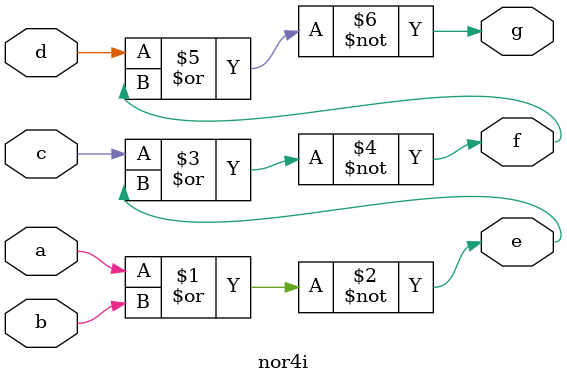
<source format=v>
`timescale 1ns / 1ps


module nor4i(
    input a,b,c,d,
    output e,f,g

);

assign e = ~(a|b);
assign f = ~(c|e);
assign g = ~(d|f);


endmodule

</source>
